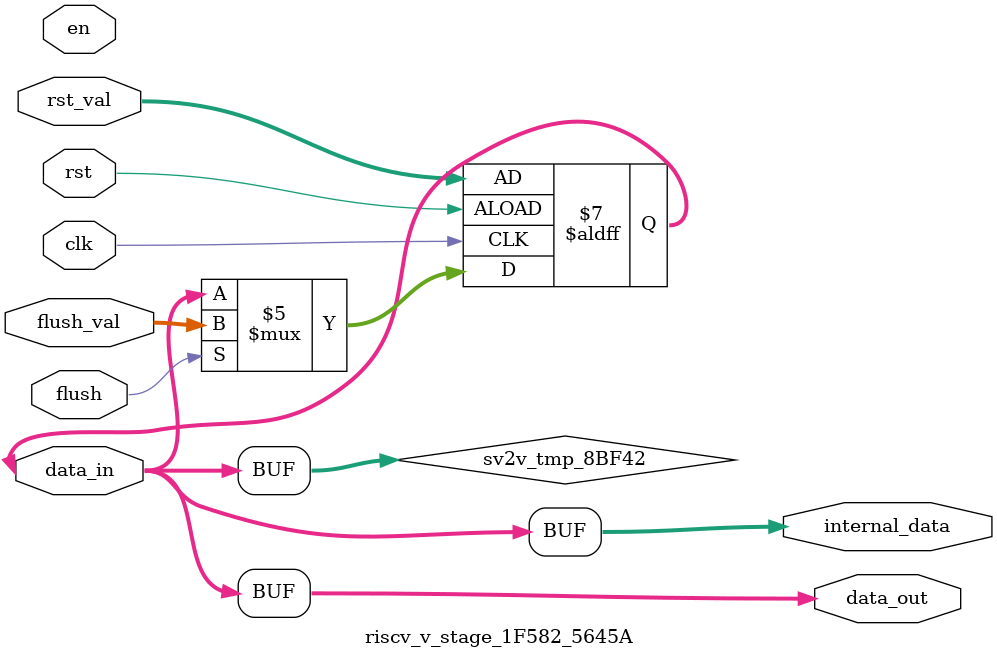
<source format=v>
module riscv_v_stage_1F582_5645A (
	clk,
	rst,
	en,
	flush,
	rst_val,
	flush_val,
	data_in,
	data_out,
	internal_data
);
	parameter integer DATA_T_stage_vstart_sv2v_pfunc_1B878 = 0;
	parameter signed [31:0] NUM_STAGES = 1;
	input wire clk;
	input wire rst;
	input wire en;
	input wire flush;
	input wire [DATA_T_stage_vstart_sv2v_pfunc_1B878 - 1:0] rst_val;
	input wire [DATA_T_stage_vstart_sv2v_pfunc_1B878 - 1:0] flush_val;
	input wire [DATA_T_stage_vstart_sv2v_pfunc_1B878 - 1:0] data_in;
	output wire [DATA_T_stage_vstart_sv2v_pfunc_1B878 - 1:0] data_out;
	output reg [(NUM_STAGES >= 0 ? ((NUM_STAGES + 1) * DATA_T_stage_vstart_sv2v_pfunc_1B878) - 1 : ((1 - NUM_STAGES) * DATA_T_stage_vstart_sv2v_pfunc_1B878) + ((NUM_STAGES * DATA_T_stage_vstart_sv2v_pfunc_1B878) - 1)):(NUM_STAGES >= 0 ? 0 : NUM_STAGES * DATA_T_stage_vstart_sv2v_pfunc_1B878)] internal_data;
	wire [DATA_T_stage_vstart_sv2v_pfunc_1B878 * 1:1] sv2v_tmp_8BF42;
	assign sv2v_tmp_8BF42 = data_in;
	always @(*) internal_data[(NUM_STAGES >= 0 ? 0 : NUM_STAGES) * DATA_T_stage_vstart_sv2v_pfunc_1B878+:DATA_T_stage_vstart_sv2v_pfunc_1B878] = sv2v_tmp_8BF42;
	genvar _gv_idx_1;
	generate
		for (_gv_idx_1 = 1; _gv_idx_1 <= NUM_STAGES; _gv_idx_1 = _gv_idx_1 + 1) begin : gen_stage_data
			localparam idx = _gv_idx_1;
			always @(posedge clk or posedge rst)
				if (rst)
					internal_data[(NUM_STAGES >= 0 ? idx : NUM_STAGES - idx) * DATA_T_stage_vstart_sv2v_pfunc_1B878+:DATA_T_stage_vstart_sv2v_pfunc_1B878] <= rst_val;
				else if (flush)
					internal_data[(NUM_STAGES >= 0 ? idx : NUM_STAGES - idx) * DATA_T_stage_vstart_sv2v_pfunc_1B878+:DATA_T_stage_vstart_sv2v_pfunc_1B878] <= flush_val;
				else if (en)
					internal_data[(NUM_STAGES >= 0 ? idx : NUM_STAGES - idx) * DATA_T_stage_vstart_sv2v_pfunc_1B878+:DATA_T_stage_vstart_sv2v_pfunc_1B878] <= internal_data[(NUM_STAGES >= 0 ? idx - 1 : NUM_STAGES - (idx - 1)) * DATA_T_stage_vstart_sv2v_pfunc_1B878+:DATA_T_stage_vstart_sv2v_pfunc_1B878];
		end
	endgenerate
	assign data_out = internal_data[(NUM_STAGES >= 0 ? NUM_STAGES : NUM_STAGES - NUM_STAGES) * DATA_T_stage_vstart_sv2v_pfunc_1B878+:DATA_T_stage_vstart_sv2v_pfunc_1B878];
endmodule

</source>
